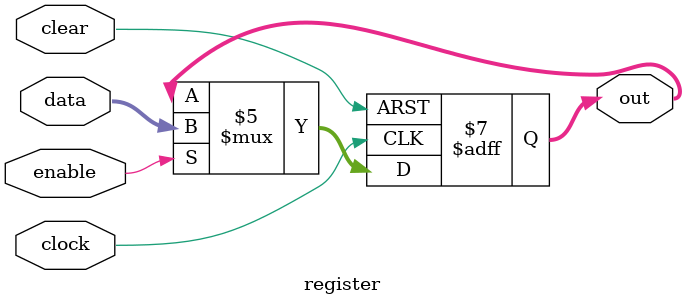
<source format=v>
module float_regFile #(parameter width = 32,parameter addrWidth = 5) (
	input clock,
	input	regWriteEnable,
	input	[addrWidth-1:0]addrA,
	input	[addrWidth-1:0]addrB,
	input [addrWidth-1:0]addrfrs3,
	input [addrWidth-1:0]addrD,
	input [width-1:0]dataD,
	output reg[width-1:0]dataA,
	output reg[width-1:0]dataB,
	output reg[width-1:0]datafrs3
);
	reg [width-1:0]registers[0:width-1];

	always@(negedge clock)begin
		if(regWriteEnable && (addrD != 5'b0)) 
			registers[addrD] <= dataD;
	end
	
	always@(posedge clock)begin
		dataA <= registers[addrA];
		dataB <= registers[addrB]; 
		datafrs3 <= registers[addrfrs3];
	end
	
	integer i;
	initial begin
		for(i=0;i<32;i=i+1)
			registers[i]=32'b0;
	end
endmodule

////////////////////////////////////////////////// Integer Reg file //////////////////////////////////////////////////////////
module regFile #(parameter width = 32,parameter addrWidth = 5) (
	input clock,
	input	regWriteEnable,
	input	[addrWidth-1:0]addrA,
	input	[addrWidth-1:0]addrB,
	input [addrWidth-1:0]addrD,
	input [width-1:0]dataD,
	output reg[width-1:0]dataA,
	output reg[width-1:0]dataB
);
	reg [width-1:0]registers[0:width-1];

	always@(negedge clock)begin
		if(regWriteEnable && (addrD != 5'b0)) 
			registers[addrD] <= dataD;
	end
	
	always@(posedge clock)begin
		dataA <= registers[addrA];
		dataB <= registers[addrB]; 
	end
	
	integer i;
	initial begin
		for(i=0;i<32;i=i+1)
			registers[i]=32'b0;
	end
endmodule

////////////////////////////////////////////////////////////////////////////////////////////////////////////////
module register #(parameter width = 32)(
	input		[width-1:0]data,
	input		enable,
	input		clock,
	input		clear,
	output reg 	[width-1:0]out
);
	always@(posedge clock or negedge clear)begin
		if(~clear)begin
			out <= 0;
		end
		else if(enable)begin
			out <= data;
		end
	end

endmodule

</source>
